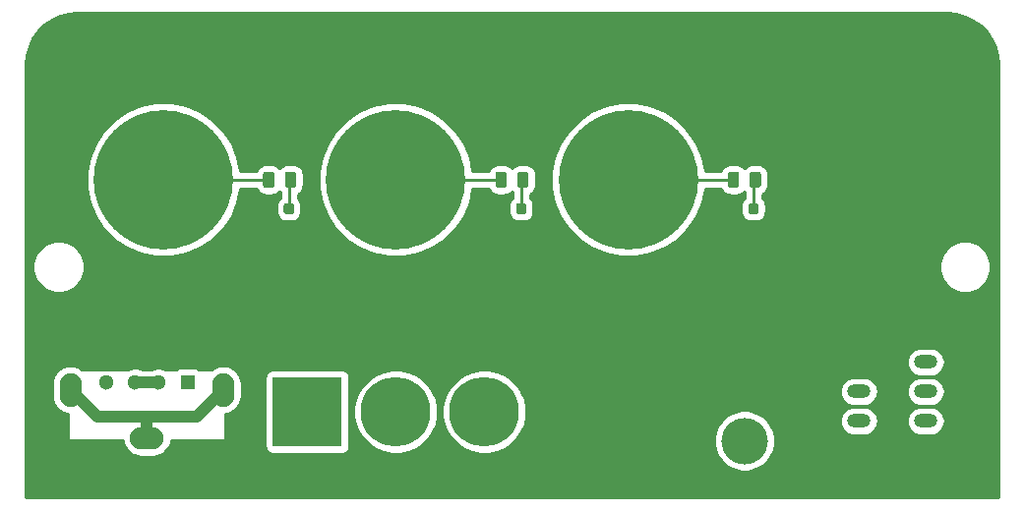
<source format=gbr>
G04 #@! TF.GenerationSoftware,KiCad,Pcbnew,5.1.5-52549c5~84~ubuntu18.04.1*
G04 #@! TF.CreationDate,2020-01-23T13:37:20+00:00*
G04 #@! TF.ProjectId,HW-lab-power,48572d6c-6162-42d7-906f-7765722e6b69,rev?*
G04 #@! TF.SameCoordinates,Original*
G04 #@! TF.FileFunction,Copper,L1,Top*
G04 #@! TF.FilePolarity,Positive*
%FSLAX46Y46*%
G04 Gerber Fmt 4.6, Leading zero omitted, Abs format (unit mm)*
G04 Created by KiCad (PCBNEW 5.1.5-52549c5~84~ubuntu18.04.1) date 2020-01-23 13:37:20*
%MOMM*%
%LPD*%
G04 APERTURE LIST*
%ADD10C,12.000000*%
%ADD11O,2.000000X1.200000*%
%ADD12O,2.900000X1.900000*%
%ADD13O,1.900000X2.900000*%
%ADD14C,1.300000*%
%ADD15R,1.300000X1.300000*%
%ADD16C,0.100000*%
%ADD17C,4.000500*%
%ADD18C,5.999480*%
%ADD19R,5.999480X5.999480*%
%ADD20C,0.250000*%
%ADD21C,1.000000*%
%ADD22C,0.254000*%
G04 APERTURE END LIST*
D10*
X177500000Y-70000000D03*
X157500000Y-70000000D03*
X137500000Y-70000000D03*
X117500000Y-70000000D03*
D11*
X177375000Y-90790000D03*
X183125000Y-90790000D03*
X177375000Y-88250000D03*
X183125000Y-88250000D03*
X177375000Y-85710000D03*
X183125000Y-85710000D03*
D12*
X116070000Y-92280000D03*
D13*
X109500000Y-88100000D03*
X122640000Y-88100000D03*
D14*
X112570000Y-87500000D03*
X115070000Y-87500000D03*
X117070000Y-87500000D03*
D15*
X119570000Y-87500000D03*
G04 #@! TA.AperFunction,SMDPad,CuDef*
D16*
G36*
X166952691Y-72026053D02*
G01*
X166973926Y-72029203D01*
X166994750Y-72034419D01*
X167014962Y-72041651D01*
X167034368Y-72050830D01*
X167052781Y-72061866D01*
X167070024Y-72074654D01*
X167085930Y-72089070D01*
X167100346Y-72104976D01*
X167113134Y-72122219D01*
X167124170Y-72140632D01*
X167133349Y-72160038D01*
X167140581Y-72180250D01*
X167145797Y-72201074D01*
X167148947Y-72222309D01*
X167150000Y-72243750D01*
X167150000Y-72756250D01*
X167148947Y-72777691D01*
X167145797Y-72798926D01*
X167140581Y-72819750D01*
X167133349Y-72839962D01*
X167124170Y-72859368D01*
X167113134Y-72877781D01*
X167100346Y-72895024D01*
X167085930Y-72910930D01*
X167070024Y-72925346D01*
X167052781Y-72938134D01*
X167034368Y-72949170D01*
X167014962Y-72958349D01*
X166994750Y-72965581D01*
X166973926Y-72970797D01*
X166952691Y-72973947D01*
X166931250Y-72975000D01*
X166493750Y-72975000D01*
X166472309Y-72973947D01*
X166451074Y-72970797D01*
X166430250Y-72965581D01*
X166410038Y-72958349D01*
X166390632Y-72949170D01*
X166372219Y-72938134D01*
X166354976Y-72925346D01*
X166339070Y-72910930D01*
X166324654Y-72895024D01*
X166311866Y-72877781D01*
X166300830Y-72859368D01*
X166291651Y-72839962D01*
X166284419Y-72819750D01*
X166279203Y-72798926D01*
X166276053Y-72777691D01*
X166275000Y-72756250D01*
X166275000Y-72243750D01*
X166276053Y-72222309D01*
X166279203Y-72201074D01*
X166284419Y-72180250D01*
X166291651Y-72160038D01*
X166300830Y-72140632D01*
X166311866Y-72122219D01*
X166324654Y-72104976D01*
X166339070Y-72089070D01*
X166354976Y-72074654D01*
X166372219Y-72061866D01*
X166390632Y-72050830D01*
X166410038Y-72041651D01*
X166430250Y-72034419D01*
X166451074Y-72029203D01*
X166472309Y-72026053D01*
X166493750Y-72025000D01*
X166931250Y-72025000D01*
X166952691Y-72026053D01*
G37*
G04 #@! TD.AperFunction*
G04 #@! TA.AperFunction,SMDPad,CuDef*
G36*
X168527691Y-72026053D02*
G01*
X168548926Y-72029203D01*
X168569750Y-72034419D01*
X168589962Y-72041651D01*
X168609368Y-72050830D01*
X168627781Y-72061866D01*
X168645024Y-72074654D01*
X168660930Y-72089070D01*
X168675346Y-72104976D01*
X168688134Y-72122219D01*
X168699170Y-72140632D01*
X168708349Y-72160038D01*
X168715581Y-72180250D01*
X168720797Y-72201074D01*
X168723947Y-72222309D01*
X168725000Y-72243750D01*
X168725000Y-72756250D01*
X168723947Y-72777691D01*
X168720797Y-72798926D01*
X168715581Y-72819750D01*
X168708349Y-72839962D01*
X168699170Y-72859368D01*
X168688134Y-72877781D01*
X168675346Y-72895024D01*
X168660930Y-72910930D01*
X168645024Y-72925346D01*
X168627781Y-72938134D01*
X168609368Y-72949170D01*
X168589962Y-72958349D01*
X168569750Y-72965581D01*
X168548926Y-72970797D01*
X168527691Y-72973947D01*
X168506250Y-72975000D01*
X168068750Y-72975000D01*
X168047309Y-72973947D01*
X168026074Y-72970797D01*
X168005250Y-72965581D01*
X167985038Y-72958349D01*
X167965632Y-72949170D01*
X167947219Y-72938134D01*
X167929976Y-72925346D01*
X167914070Y-72910930D01*
X167899654Y-72895024D01*
X167886866Y-72877781D01*
X167875830Y-72859368D01*
X167866651Y-72839962D01*
X167859419Y-72819750D01*
X167854203Y-72798926D01*
X167851053Y-72777691D01*
X167850000Y-72756250D01*
X167850000Y-72243750D01*
X167851053Y-72222309D01*
X167854203Y-72201074D01*
X167859419Y-72180250D01*
X167866651Y-72160038D01*
X167875830Y-72140632D01*
X167886866Y-72122219D01*
X167899654Y-72104976D01*
X167914070Y-72089070D01*
X167929976Y-72074654D01*
X167947219Y-72061866D01*
X167965632Y-72050830D01*
X167985038Y-72041651D01*
X168005250Y-72034419D01*
X168026074Y-72029203D01*
X168047309Y-72026053D01*
X168068750Y-72025000D01*
X168506250Y-72025000D01*
X168527691Y-72026053D01*
G37*
G04 #@! TD.AperFunction*
G04 #@! TA.AperFunction,SMDPad,CuDef*
G36*
X146952691Y-72026053D02*
G01*
X146973926Y-72029203D01*
X146994750Y-72034419D01*
X147014962Y-72041651D01*
X147034368Y-72050830D01*
X147052781Y-72061866D01*
X147070024Y-72074654D01*
X147085930Y-72089070D01*
X147100346Y-72104976D01*
X147113134Y-72122219D01*
X147124170Y-72140632D01*
X147133349Y-72160038D01*
X147140581Y-72180250D01*
X147145797Y-72201074D01*
X147148947Y-72222309D01*
X147150000Y-72243750D01*
X147150000Y-72756250D01*
X147148947Y-72777691D01*
X147145797Y-72798926D01*
X147140581Y-72819750D01*
X147133349Y-72839962D01*
X147124170Y-72859368D01*
X147113134Y-72877781D01*
X147100346Y-72895024D01*
X147085930Y-72910930D01*
X147070024Y-72925346D01*
X147052781Y-72938134D01*
X147034368Y-72949170D01*
X147014962Y-72958349D01*
X146994750Y-72965581D01*
X146973926Y-72970797D01*
X146952691Y-72973947D01*
X146931250Y-72975000D01*
X146493750Y-72975000D01*
X146472309Y-72973947D01*
X146451074Y-72970797D01*
X146430250Y-72965581D01*
X146410038Y-72958349D01*
X146390632Y-72949170D01*
X146372219Y-72938134D01*
X146354976Y-72925346D01*
X146339070Y-72910930D01*
X146324654Y-72895024D01*
X146311866Y-72877781D01*
X146300830Y-72859368D01*
X146291651Y-72839962D01*
X146284419Y-72819750D01*
X146279203Y-72798926D01*
X146276053Y-72777691D01*
X146275000Y-72756250D01*
X146275000Y-72243750D01*
X146276053Y-72222309D01*
X146279203Y-72201074D01*
X146284419Y-72180250D01*
X146291651Y-72160038D01*
X146300830Y-72140632D01*
X146311866Y-72122219D01*
X146324654Y-72104976D01*
X146339070Y-72089070D01*
X146354976Y-72074654D01*
X146372219Y-72061866D01*
X146390632Y-72050830D01*
X146410038Y-72041651D01*
X146430250Y-72034419D01*
X146451074Y-72029203D01*
X146472309Y-72026053D01*
X146493750Y-72025000D01*
X146931250Y-72025000D01*
X146952691Y-72026053D01*
G37*
G04 #@! TD.AperFunction*
G04 #@! TA.AperFunction,SMDPad,CuDef*
G36*
X148527691Y-72026053D02*
G01*
X148548926Y-72029203D01*
X148569750Y-72034419D01*
X148589962Y-72041651D01*
X148609368Y-72050830D01*
X148627781Y-72061866D01*
X148645024Y-72074654D01*
X148660930Y-72089070D01*
X148675346Y-72104976D01*
X148688134Y-72122219D01*
X148699170Y-72140632D01*
X148708349Y-72160038D01*
X148715581Y-72180250D01*
X148720797Y-72201074D01*
X148723947Y-72222309D01*
X148725000Y-72243750D01*
X148725000Y-72756250D01*
X148723947Y-72777691D01*
X148720797Y-72798926D01*
X148715581Y-72819750D01*
X148708349Y-72839962D01*
X148699170Y-72859368D01*
X148688134Y-72877781D01*
X148675346Y-72895024D01*
X148660930Y-72910930D01*
X148645024Y-72925346D01*
X148627781Y-72938134D01*
X148609368Y-72949170D01*
X148589962Y-72958349D01*
X148569750Y-72965581D01*
X148548926Y-72970797D01*
X148527691Y-72973947D01*
X148506250Y-72975000D01*
X148068750Y-72975000D01*
X148047309Y-72973947D01*
X148026074Y-72970797D01*
X148005250Y-72965581D01*
X147985038Y-72958349D01*
X147965632Y-72949170D01*
X147947219Y-72938134D01*
X147929976Y-72925346D01*
X147914070Y-72910930D01*
X147899654Y-72895024D01*
X147886866Y-72877781D01*
X147875830Y-72859368D01*
X147866651Y-72839962D01*
X147859419Y-72819750D01*
X147854203Y-72798926D01*
X147851053Y-72777691D01*
X147850000Y-72756250D01*
X147850000Y-72243750D01*
X147851053Y-72222309D01*
X147854203Y-72201074D01*
X147859419Y-72180250D01*
X147866651Y-72160038D01*
X147875830Y-72140632D01*
X147886866Y-72122219D01*
X147899654Y-72104976D01*
X147914070Y-72089070D01*
X147929976Y-72074654D01*
X147947219Y-72061866D01*
X147965632Y-72050830D01*
X147985038Y-72041651D01*
X148005250Y-72034419D01*
X148026074Y-72029203D01*
X148047309Y-72026053D01*
X148068750Y-72025000D01*
X148506250Y-72025000D01*
X148527691Y-72026053D01*
G37*
G04 #@! TD.AperFunction*
G04 #@! TA.AperFunction,SMDPad,CuDef*
G36*
X126952691Y-72026053D02*
G01*
X126973926Y-72029203D01*
X126994750Y-72034419D01*
X127014962Y-72041651D01*
X127034368Y-72050830D01*
X127052781Y-72061866D01*
X127070024Y-72074654D01*
X127085930Y-72089070D01*
X127100346Y-72104976D01*
X127113134Y-72122219D01*
X127124170Y-72140632D01*
X127133349Y-72160038D01*
X127140581Y-72180250D01*
X127145797Y-72201074D01*
X127148947Y-72222309D01*
X127150000Y-72243750D01*
X127150000Y-72756250D01*
X127148947Y-72777691D01*
X127145797Y-72798926D01*
X127140581Y-72819750D01*
X127133349Y-72839962D01*
X127124170Y-72859368D01*
X127113134Y-72877781D01*
X127100346Y-72895024D01*
X127085930Y-72910930D01*
X127070024Y-72925346D01*
X127052781Y-72938134D01*
X127034368Y-72949170D01*
X127014962Y-72958349D01*
X126994750Y-72965581D01*
X126973926Y-72970797D01*
X126952691Y-72973947D01*
X126931250Y-72975000D01*
X126493750Y-72975000D01*
X126472309Y-72973947D01*
X126451074Y-72970797D01*
X126430250Y-72965581D01*
X126410038Y-72958349D01*
X126390632Y-72949170D01*
X126372219Y-72938134D01*
X126354976Y-72925346D01*
X126339070Y-72910930D01*
X126324654Y-72895024D01*
X126311866Y-72877781D01*
X126300830Y-72859368D01*
X126291651Y-72839962D01*
X126284419Y-72819750D01*
X126279203Y-72798926D01*
X126276053Y-72777691D01*
X126275000Y-72756250D01*
X126275000Y-72243750D01*
X126276053Y-72222309D01*
X126279203Y-72201074D01*
X126284419Y-72180250D01*
X126291651Y-72160038D01*
X126300830Y-72140632D01*
X126311866Y-72122219D01*
X126324654Y-72104976D01*
X126339070Y-72089070D01*
X126354976Y-72074654D01*
X126372219Y-72061866D01*
X126390632Y-72050830D01*
X126410038Y-72041651D01*
X126430250Y-72034419D01*
X126451074Y-72029203D01*
X126472309Y-72026053D01*
X126493750Y-72025000D01*
X126931250Y-72025000D01*
X126952691Y-72026053D01*
G37*
G04 #@! TD.AperFunction*
G04 #@! TA.AperFunction,SMDPad,CuDef*
G36*
X128527691Y-72026053D02*
G01*
X128548926Y-72029203D01*
X128569750Y-72034419D01*
X128589962Y-72041651D01*
X128609368Y-72050830D01*
X128627781Y-72061866D01*
X128645024Y-72074654D01*
X128660930Y-72089070D01*
X128675346Y-72104976D01*
X128688134Y-72122219D01*
X128699170Y-72140632D01*
X128708349Y-72160038D01*
X128715581Y-72180250D01*
X128720797Y-72201074D01*
X128723947Y-72222309D01*
X128725000Y-72243750D01*
X128725000Y-72756250D01*
X128723947Y-72777691D01*
X128720797Y-72798926D01*
X128715581Y-72819750D01*
X128708349Y-72839962D01*
X128699170Y-72859368D01*
X128688134Y-72877781D01*
X128675346Y-72895024D01*
X128660930Y-72910930D01*
X128645024Y-72925346D01*
X128627781Y-72938134D01*
X128609368Y-72949170D01*
X128589962Y-72958349D01*
X128569750Y-72965581D01*
X128548926Y-72970797D01*
X128527691Y-72973947D01*
X128506250Y-72975000D01*
X128068750Y-72975000D01*
X128047309Y-72973947D01*
X128026074Y-72970797D01*
X128005250Y-72965581D01*
X127985038Y-72958349D01*
X127965632Y-72949170D01*
X127947219Y-72938134D01*
X127929976Y-72925346D01*
X127914070Y-72910930D01*
X127899654Y-72895024D01*
X127886866Y-72877781D01*
X127875830Y-72859368D01*
X127866651Y-72839962D01*
X127859419Y-72819750D01*
X127854203Y-72798926D01*
X127851053Y-72777691D01*
X127850000Y-72756250D01*
X127850000Y-72243750D01*
X127851053Y-72222309D01*
X127854203Y-72201074D01*
X127859419Y-72180250D01*
X127866651Y-72160038D01*
X127875830Y-72140632D01*
X127886866Y-72122219D01*
X127899654Y-72104976D01*
X127914070Y-72089070D01*
X127929976Y-72074654D01*
X127947219Y-72061866D01*
X127965632Y-72050830D01*
X127985038Y-72041651D01*
X128005250Y-72034419D01*
X128026074Y-72029203D01*
X128047309Y-72026053D01*
X128068750Y-72025000D01*
X128506250Y-72025000D01*
X128527691Y-72026053D01*
G37*
G04 #@! TD.AperFunction*
D17*
X167500000Y-92500000D03*
D18*
X152740000Y-90000000D03*
X145120000Y-90000000D03*
X137500000Y-90000000D03*
D19*
X129880000Y-90000000D03*
G04 #@! TA.AperFunction,SMDPad,CuDef*
D16*
G36*
X166830142Y-69301174D02*
G01*
X166853803Y-69304684D01*
X166877007Y-69310496D01*
X166899529Y-69318554D01*
X166921153Y-69328782D01*
X166941670Y-69341079D01*
X166960883Y-69355329D01*
X166978607Y-69371393D01*
X166994671Y-69389117D01*
X167008921Y-69408330D01*
X167021218Y-69428847D01*
X167031446Y-69450471D01*
X167039504Y-69472993D01*
X167045316Y-69496197D01*
X167048826Y-69519858D01*
X167050000Y-69543750D01*
X167050000Y-70456250D01*
X167048826Y-70480142D01*
X167045316Y-70503803D01*
X167039504Y-70527007D01*
X167031446Y-70549529D01*
X167021218Y-70571153D01*
X167008921Y-70591670D01*
X166994671Y-70610883D01*
X166978607Y-70628607D01*
X166960883Y-70644671D01*
X166941670Y-70658921D01*
X166921153Y-70671218D01*
X166899529Y-70681446D01*
X166877007Y-70689504D01*
X166853803Y-70695316D01*
X166830142Y-70698826D01*
X166806250Y-70700000D01*
X166318750Y-70700000D01*
X166294858Y-70698826D01*
X166271197Y-70695316D01*
X166247993Y-70689504D01*
X166225471Y-70681446D01*
X166203847Y-70671218D01*
X166183330Y-70658921D01*
X166164117Y-70644671D01*
X166146393Y-70628607D01*
X166130329Y-70610883D01*
X166116079Y-70591670D01*
X166103782Y-70571153D01*
X166093554Y-70549529D01*
X166085496Y-70527007D01*
X166079684Y-70503803D01*
X166076174Y-70480142D01*
X166075000Y-70456250D01*
X166075000Y-69543750D01*
X166076174Y-69519858D01*
X166079684Y-69496197D01*
X166085496Y-69472993D01*
X166093554Y-69450471D01*
X166103782Y-69428847D01*
X166116079Y-69408330D01*
X166130329Y-69389117D01*
X166146393Y-69371393D01*
X166164117Y-69355329D01*
X166183330Y-69341079D01*
X166203847Y-69328782D01*
X166225471Y-69318554D01*
X166247993Y-69310496D01*
X166271197Y-69304684D01*
X166294858Y-69301174D01*
X166318750Y-69300000D01*
X166806250Y-69300000D01*
X166830142Y-69301174D01*
G37*
G04 #@! TD.AperFunction*
G04 #@! TA.AperFunction,SMDPad,CuDef*
G36*
X168705142Y-69301174D02*
G01*
X168728803Y-69304684D01*
X168752007Y-69310496D01*
X168774529Y-69318554D01*
X168796153Y-69328782D01*
X168816670Y-69341079D01*
X168835883Y-69355329D01*
X168853607Y-69371393D01*
X168869671Y-69389117D01*
X168883921Y-69408330D01*
X168896218Y-69428847D01*
X168906446Y-69450471D01*
X168914504Y-69472993D01*
X168920316Y-69496197D01*
X168923826Y-69519858D01*
X168925000Y-69543750D01*
X168925000Y-70456250D01*
X168923826Y-70480142D01*
X168920316Y-70503803D01*
X168914504Y-70527007D01*
X168906446Y-70549529D01*
X168896218Y-70571153D01*
X168883921Y-70591670D01*
X168869671Y-70610883D01*
X168853607Y-70628607D01*
X168835883Y-70644671D01*
X168816670Y-70658921D01*
X168796153Y-70671218D01*
X168774529Y-70681446D01*
X168752007Y-70689504D01*
X168728803Y-70695316D01*
X168705142Y-70698826D01*
X168681250Y-70700000D01*
X168193750Y-70700000D01*
X168169858Y-70698826D01*
X168146197Y-70695316D01*
X168122993Y-70689504D01*
X168100471Y-70681446D01*
X168078847Y-70671218D01*
X168058330Y-70658921D01*
X168039117Y-70644671D01*
X168021393Y-70628607D01*
X168005329Y-70610883D01*
X167991079Y-70591670D01*
X167978782Y-70571153D01*
X167968554Y-70549529D01*
X167960496Y-70527007D01*
X167954684Y-70503803D01*
X167951174Y-70480142D01*
X167950000Y-70456250D01*
X167950000Y-69543750D01*
X167951174Y-69519858D01*
X167954684Y-69496197D01*
X167960496Y-69472993D01*
X167968554Y-69450471D01*
X167978782Y-69428847D01*
X167991079Y-69408330D01*
X168005329Y-69389117D01*
X168021393Y-69371393D01*
X168039117Y-69355329D01*
X168058330Y-69341079D01*
X168078847Y-69328782D01*
X168100471Y-69318554D01*
X168122993Y-69310496D01*
X168146197Y-69304684D01*
X168169858Y-69301174D01*
X168193750Y-69300000D01*
X168681250Y-69300000D01*
X168705142Y-69301174D01*
G37*
G04 #@! TD.AperFunction*
G04 #@! TA.AperFunction,SMDPad,CuDef*
G36*
X146830142Y-69301174D02*
G01*
X146853803Y-69304684D01*
X146877007Y-69310496D01*
X146899529Y-69318554D01*
X146921153Y-69328782D01*
X146941670Y-69341079D01*
X146960883Y-69355329D01*
X146978607Y-69371393D01*
X146994671Y-69389117D01*
X147008921Y-69408330D01*
X147021218Y-69428847D01*
X147031446Y-69450471D01*
X147039504Y-69472993D01*
X147045316Y-69496197D01*
X147048826Y-69519858D01*
X147050000Y-69543750D01*
X147050000Y-70456250D01*
X147048826Y-70480142D01*
X147045316Y-70503803D01*
X147039504Y-70527007D01*
X147031446Y-70549529D01*
X147021218Y-70571153D01*
X147008921Y-70591670D01*
X146994671Y-70610883D01*
X146978607Y-70628607D01*
X146960883Y-70644671D01*
X146941670Y-70658921D01*
X146921153Y-70671218D01*
X146899529Y-70681446D01*
X146877007Y-70689504D01*
X146853803Y-70695316D01*
X146830142Y-70698826D01*
X146806250Y-70700000D01*
X146318750Y-70700000D01*
X146294858Y-70698826D01*
X146271197Y-70695316D01*
X146247993Y-70689504D01*
X146225471Y-70681446D01*
X146203847Y-70671218D01*
X146183330Y-70658921D01*
X146164117Y-70644671D01*
X146146393Y-70628607D01*
X146130329Y-70610883D01*
X146116079Y-70591670D01*
X146103782Y-70571153D01*
X146093554Y-70549529D01*
X146085496Y-70527007D01*
X146079684Y-70503803D01*
X146076174Y-70480142D01*
X146075000Y-70456250D01*
X146075000Y-69543750D01*
X146076174Y-69519858D01*
X146079684Y-69496197D01*
X146085496Y-69472993D01*
X146093554Y-69450471D01*
X146103782Y-69428847D01*
X146116079Y-69408330D01*
X146130329Y-69389117D01*
X146146393Y-69371393D01*
X146164117Y-69355329D01*
X146183330Y-69341079D01*
X146203847Y-69328782D01*
X146225471Y-69318554D01*
X146247993Y-69310496D01*
X146271197Y-69304684D01*
X146294858Y-69301174D01*
X146318750Y-69300000D01*
X146806250Y-69300000D01*
X146830142Y-69301174D01*
G37*
G04 #@! TD.AperFunction*
G04 #@! TA.AperFunction,SMDPad,CuDef*
G36*
X148705142Y-69301174D02*
G01*
X148728803Y-69304684D01*
X148752007Y-69310496D01*
X148774529Y-69318554D01*
X148796153Y-69328782D01*
X148816670Y-69341079D01*
X148835883Y-69355329D01*
X148853607Y-69371393D01*
X148869671Y-69389117D01*
X148883921Y-69408330D01*
X148896218Y-69428847D01*
X148906446Y-69450471D01*
X148914504Y-69472993D01*
X148920316Y-69496197D01*
X148923826Y-69519858D01*
X148925000Y-69543750D01*
X148925000Y-70456250D01*
X148923826Y-70480142D01*
X148920316Y-70503803D01*
X148914504Y-70527007D01*
X148906446Y-70549529D01*
X148896218Y-70571153D01*
X148883921Y-70591670D01*
X148869671Y-70610883D01*
X148853607Y-70628607D01*
X148835883Y-70644671D01*
X148816670Y-70658921D01*
X148796153Y-70671218D01*
X148774529Y-70681446D01*
X148752007Y-70689504D01*
X148728803Y-70695316D01*
X148705142Y-70698826D01*
X148681250Y-70700000D01*
X148193750Y-70700000D01*
X148169858Y-70698826D01*
X148146197Y-70695316D01*
X148122993Y-70689504D01*
X148100471Y-70681446D01*
X148078847Y-70671218D01*
X148058330Y-70658921D01*
X148039117Y-70644671D01*
X148021393Y-70628607D01*
X148005329Y-70610883D01*
X147991079Y-70591670D01*
X147978782Y-70571153D01*
X147968554Y-70549529D01*
X147960496Y-70527007D01*
X147954684Y-70503803D01*
X147951174Y-70480142D01*
X147950000Y-70456250D01*
X147950000Y-69543750D01*
X147951174Y-69519858D01*
X147954684Y-69496197D01*
X147960496Y-69472993D01*
X147968554Y-69450471D01*
X147978782Y-69428847D01*
X147991079Y-69408330D01*
X148005329Y-69389117D01*
X148021393Y-69371393D01*
X148039117Y-69355329D01*
X148058330Y-69341079D01*
X148078847Y-69328782D01*
X148100471Y-69318554D01*
X148122993Y-69310496D01*
X148146197Y-69304684D01*
X148169858Y-69301174D01*
X148193750Y-69300000D01*
X148681250Y-69300000D01*
X148705142Y-69301174D01*
G37*
G04 #@! TD.AperFunction*
G04 #@! TA.AperFunction,SMDPad,CuDef*
G36*
X126830142Y-69301174D02*
G01*
X126853803Y-69304684D01*
X126877007Y-69310496D01*
X126899529Y-69318554D01*
X126921153Y-69328782D01*
X126941670Y-69341079D01*
X126960883Y-69355329D01*
X126978607Y-69371393D01*
X126994671Y-69389117D01*
X127008921Y-69408330D01*
X127021218Y-69428847D01*
X127031446Y-69450471D01*
X127039504Y-69472993D01*
X127045316Y-69496197D01*
X127048826Y-69519858D01*
X127050000Y-69543750D01*
X127050000Y-70456250D01*
X127048826Y-70480142D01*
X127045316Y-70503803D01*
X127039504Y-70527007D01*
X127031446Y-70549529D01*
X127021218Y-70571153D01*
X127008921Y-70591670D01*
X126994671Y-70610883D01*
X126978607Y-70628607D01*
X126960883Y-70644671D01*
X126941670Y-70658921D01*
X126921153Y-70671218D01*
X126899529Y-70681446D01*
X126877007Y-70689504D01*
X126853803Y-70695316D01*
X126830142Y-70698826D01*
X126806250Y-70700000D01*
X126318750Y-70700000D01*
X126294858Y-70698826D01*
X126271197Y-70695316D01*
X126247993Y-70689504D01*
X126225471Y-70681446D01*
X126203847Y-70671218D01*
X126183330Y-70658921D01*
X126164117Y-70644671D01*
X126146393Y-70628607D01*
X126130329Y-70610883D01*
X126116079Y-70591670D01*
X126103782Y-70571153D01*
X126093554Y-70549529D01*
X126085496Y-70527007D01*
X126079684Y-70503803D01*
X126076174Y-70480142D01*
X126075000Y-70456250D01*
X126075000Y-69543750D01*
X126076174Y-69519858D01*
X126079684Y-69496197D01*
X126085496Y-69472993D01*
X126093554Y-69450471D01*
X126103782Y-69428847D01*
X126116079Y-69408330D01*
X126130329Y-69389117D01*
X126146393Y-69371393D01*
X126164117Y-69355329D01*
X126183330Y-69341079D01*
X126203847Y-69328782D01*
X126225471Y-69318554D01*
X126247993Y-69310496D01*
X126271197Y-69304684D01*
X126294858Y-69301174D01*
X126318750Y-69300000D01*
X126806250Y-69300000D01*
X126830142Y-69301174D01*
G37*
G04 #@! TD.AperFunction*
G04 #@! TA.AperFunction,SMDPad,CuDef*
G36*
X128705142Y-69301174D02*
G01*
X128728803Y-69304684D01*
X128752007Y-69310496D01*
X128774529Y-69318554D01*
X128796153Y-69328782D01*
X128816670Y-69341079D01*
X128835883Y-69355329D01*
X128853607Y-69371393D01*
X128869671Y-69389117D01*
X128883921Y-69408330D01*
X128896218Y-69428847D01*
X128906446Y-69450471D01*
X128914504Y-69472993D01*
X128920316Y-69496197D01*
X128923826Y-69519858D01*
X128925000Y-69543750D01*
X128925000Y-70456250D01*
X128923826Y-70480142D01*
X128920316Y-70503803D01*
X128914504Y-70527007D01*
X128906446Y-70549529D01*
X128896218Y-70571153D01*
X128883921Y-70591670D01*
X128869671Y-70610883D01*
X128853607Y-70628607D01*
X128835883Y-70644671D01*
X128816670Y-70658921D01*
X128796153Y-70671218D01*
X128774529Y-70681446D01*
X128752007Y-70689504D01*
X128728803Y-70695316D01*
X128705142Y-70698826D01*
X128681250Y-70700000D01*
X128193750Y-70700000D01*
X128169858Y-70698826D01*
X128146197Y-70695316D01*
X128122993Y-70689504D01*
X128100471Y-70681446D01*
X128078847Y-70671218D01*
X128058330Y-70658921D01*
X128039117Y-70644671D01*
X128021393Y-70628607D01*
X128005329Y-70610883D01*
X127991079Y-70591670D01*
X127978782Y-70571153D01*
X127968554Y-70549529D01*
X127960496Y-70527007D01*
X127954684Y-70503803D01*
X127951174Y-70480142D01*
X127950000Y-70456250D01*
X127950000Y-69543750D01*
X127951174Y-69519858D01*
X127954684Y-69496197D01*
X127960496Y-69472993D01*
X127968554Y-69450471D01*
X127978782Y-69428847D01*
X127991079Y-69408330D01*
X128005329Y-69389117D01*
X128021393Y-69371393D01*
X128039117Y-69355329D01*
X128058330Y-69341079D01*
X128078847Y-69328782D01*
X128100471Y-69318554D01*
X128122993Y-69310496D01*
X128146197Y-69304684D01*
X128169858Y-69301174D01*
X128193750Y-69300000D01*
X128681250Y-69300000D01*
X128705142Y-69301174D01*
G37*
G04 #@! TD.AperFunction*
D20*
X128287500Y-70150000D02*
X128437500Y-70000000D01*
X128287500Y-72500000D02*
X128287500Y-70150000D01*
X148287500Y-70150000D02*
X148437500Y-70000000D01*
X148287500Y-72500000D02*
X148287500Y-70150000D01*
X168287500Y-70150000D02*
X168437500Y-70000000D01*
X168287500Y-72500000D02*
X168287500Y-70150000D01*
D21*
X116070000Y-90470000D02*
X116070000Y-92280000D01*
X116000000Y-90400000D02*
X116070000Y-90470000D01*
X109500000Y-88100000D02*
X111800000Y-90400000D01*
X111800000Y-90400000D02*
X116000000Y-90400000D01*
X120340000Y-90400000D02*
X116000000Y-90400000D01*
X122640000Y-88100000D02*
X120340000Y-90400000D01*
X115070000Y-87500000D02*
X117070000Y-87500000D01*
D20*
X126562500Y-70000000D02*
X117500000Y-70000000D01*
X137500000Y-70000000D02*
X146562500Y-70000000D01*
X157500000Y-70000000D02*
X166562500Y-70000000D01*
D22*
G36*
X185768083Y-55731173D02*
G01*
X186511891Y-55934656D01*
X187207905Y-56266638D01*
X187834130Y-56716626D01*
X188370777Y-57270403D01*
X188800871Y-57910451D01*
X189110829Y-58616553D01*
X189292065Y-59371457D01*
X189340001Y-60024220D01*
X189340001Y-97373000D01*
X105660000Y-97373000D01*
X105660000Y-87522136D01*
X107915000Y-87522136D01*
X107915000Y-88677863D01*
X107937934Y-88910713D01*
X108028566Y-89209487D01*
X108175744Y-89484838D01*
X108373813Y-89726187D01*
X108615161Y-89924256D01*
X108890512Y-90071434D01*
X109189286Y-90162066D01*
X109273000Y-90170311D01*
X109273000Y-92300000D01*
X109275440Y-92324776D01*
X109282667Y-92348601D01*
X109294403Y-92370557D01*
X109310197Y-92389803D01*
X109329443Y-92405597D01*
X109351399Y-92417333D01*
X109375224Y-92424560D01*
X109400000Y-92427000D01*
X113991809Y-92427000D01*
X114007934Y-92590714D01*
X114098566Y-92889488D01*
X114245744Y-93164839D01*
X114443813Y-93406187D01*
X114685161Y-93604256D01*
X114960512Y-93751434D01*
X115259286Y-93842066D01*
X115492136Y-93865000D01*
X116647864Y-93865000D01*
X116880714Y-93842066D01*
X117179488Y-93751434D01*
X117454839Y-93604256D01*
X117696187Y-93406187D01*
X117894256Y-93164839D01*
X118041434Y-92889488D01*
X118132066Y-92590714D01*
X118148191Y-92427000D01*
X122700000Y-92427000D01*
X122724776Y-92424560D01*
X122748601Y-92417333D01*
X122770557Y-92405597D01*
X122789803Y-92389803D01*
X122805597Y-92370557D01*
X122817333Y-92348601D01*
X122824560Y-92324776D01*
X122827000Y-92300000D01*
X122827000Y-90174251D01*
X122950714Y-90162066D01*
X123249488Y-90071434D01*
X123524839Y-89924256D01*
X123766187Y-89726187D01*
X123964256Y-89484839D01*
X124111434Y-89209488D01*
X124202066Y-88910714D01*
X124225000Y-88677864D01*
X124225000Y-87522136D01*
X124202066Y-87289286D01*
X124114392Y-87000260D01*
X126242188Y-87000260D01*
X126242188Y-92999740D01*
X126254448Y-93124222D01*
X126290758Y-93243920D01*
X126349723Y-93354234D01*
X126429075Y-93450925D01*
X126525766Y-93530277D01*
X126636080Y-93589242D01*
X126755778Y-93625552D01*
X126880260Y-93637812D01*
X132879740Y-93637812D01*
X133004222Y-93625552D01*
X133123920Y-93589242D01*
X133234234Y-93530277D01*
X133330925Y-93450925D01*
X133410277Y-93354234D01*
X133469242Y-93243920D01*
X133505552Y-93124222D01*
X133517812Y-92999740D01*
X133517812Y-89642009D01*
X133865260Y-89642009D01*
X133865260Y-90357991D01*
X134004941Y-91060215D01*
X134278935Y-91721695D01*
X134676713Y-92317012D01*
X135182988Y-92823287D01*
X135778305Y-93221065D01*
X136439785Y-93495059D01*
X137142009Y-93634740D01*
X137857991Y-93634740D01*
X138560215Y-93495059D01*
X139221695Y-93221065D01*
X139817012Y-92823287D01*
X140323287Y-92317012D01*
X140721065Y-91721695D01*
X140995059Y-91060215D01*
X141134740Y-90357991D01*
X141134740Y-89642009D01*
X141485260Y-89642009D01*
X141485260Y-90357991D01*
X141624941Y-91060215D01*
X141898935Y-91721695D01*
X142296713Y-92317012D01*
X142802988Y-92823287D01*
X143398305Y-93221065D01*
X144059785Y-93495059D01*
X144762009Y-93634740D01*
X145477991Y-93634740D01*
X146180215Y-93495059D01*
X146841695Y-93221065D01*
X147437012Y-92823287D01*
X147943287Y-92317012D01*
X147994443Y-92240451D01*
X164864750Y-92240451D01*
X164864750Y-92759549D01*
X164966021Y-93268674D01*
X165164672Y-93748259D01*
X165453068Y-94179874D01*
X165820126Y-94546932D01*
X166251741Y-94835328D01*
X166731326Y-95033979D01*
X167240451Y-95135250D01*
X167759549Y-95135250D01*
X168268674Y-95033979D01*
X168748259Y-94835328D01*
X169179874Y-94546932D01*
X169546932Y-94179874D01*
X169835328Y-93748259D01*
X170033979Y-93268674D01*
X170135250Y-92759549D01*
X170135250Y-92240451D01*
X170033979Y-91731326D01*
X169835328Y-91251741D01*
X169546932Y-90820126D01*
X169516806Y-90790000D01*
X175734025Y-90790000D01*
X175757870Y-91032102D01*
X175828489Y-91264901D01*
X175943167Y-91479449D01*
X176097498Y-91667502D01*
X176285551Y-91821833D01*
X176500099Y-91936511D01*
X176732898Y-92007130D01*
X176914335Y-92025000D01*
X177835665Y-92025000D01*
X178017102Y-92007130D01*
X178249901Y-91936511D01*
X178464449Y-91821833D01*
X178652502Y-91667502D01*
X178806833Y-91479449D01*
X178921511Y-91264901D01*
X178992130Y-91032102D01*
X179015975Y-90790000D01*
X181484025Y-90790000D01*
X181507870Y-91032102D01*
X181578489Y-91264901D01*
X181693167Y-91479449D01*
X181847498Y-91667502D01*
X182035551Y-91821833D01*
X182250099Y-91936511D01*
X182482898Y-92007130D01*
X182664335Y-92025000D01*
X183585665Y-92025000D01*
X183767102Y-92007130D01*
X183999901Y-91936511D01*
X184214449Y-91821833D01*
X184402502Y-91667502D01*
X184556833Y-91479449D01*
X184671511Y-91264901D01*
X184742130Y-91032102D01*
X184765975Y-90790000D01*
X184742130Y-90547898D01*
X184671511Y-90315099D01*
X184556833Y-90100551D01*
X184402502Y-89912498D01*
X184214449Y-89758167D01*
X183999901Y-89643489D01*
X183767102Y-89572870D01*
X183585665Y-89555000D01*
X182664335Y-89555000D01*
X182482898Y-89572870D01*
X182250099Y-89643489D01*
X182035551Y-89758167D01*
X181847498Y-89912498D01*
X181693167Y-90100551D01*
X181578489Y-90315099D01*
X181507870Y-90547898D01*
X181484025Y-90790000D01*
X179015975Y-90790000D01*
X178992130Y-90547898D01*
X178921511Y-90315099D01*
X178806833Y-90100551D01*
X178652502Y-89912498D01*
X178464449Y-89758167D01*
X178249901Y-89643489D01*
X178017102Y-89572870D01*
X177835665Y-89555000D01*
X176914335Y-89555000D01*
X176732898Y-89572870D01*
X176500099Y-89643489D01*
X176285551Y-89758167D01*
X176097498Y-89912498D01*
X175943167Y-90100551D01*
X175828489Y-90315099D01*
X175757870Y-90547898D01*
X175734025Y-90790000D01*
X169516806Y-90790000D01*
X169179874Y-90453068D01*
X168748259Y-90164672D01*
X168268674Y-89966021D01*
X167759549Y-89864750D01*
X167240451Y-89864750D01*
X166731326Y-89966021D01*
X166251741Y-90164672D01*
X165820126Y-90453068D01*
X165453068Y-90820126D01*
X165164672Y-91251741D01*
X164966021Y-91731326D01*
X164864750Y-92240451D01*
X147994443Y-92240451D01*
X148341065Y-91721695D01*
X148615059Y-91060215D01*
X148754740Y-90357991D01*
X148754740Y-89642009D01*
X148615059Y-88939785D01*
X148341065Y-88278305D01*
X148322153Y-88250000D01*
X175734025Y-88250000D01*
X175757870Y-88492102D01*
X175828489Y-88724901D01*
X175943167Y-88939449D01*
X176097498Y-89127502D01*
X176285551Y-89281833D01*
X176500099Y-89396511D01*
X176732898Y-89467130D01*
X176914335Y-89485000D01*
X177835665Y-89485000D01*
X178017102Y-89467130D01*
X178249901Y-89396511D01*
X178464449Y-89281833D01*
X178652502Y-89127502D01*
X178806833Y-88939449D01*
X178921511Y-88724901D01*
X178992130Y-88492102D01*
X179015975Y-88250000D01*
X181484025Y-88250000D01*
X181507870Y-88492102D01*
X181578489Y-88724901D01*
X181693167Y-88939449D01*
X181847498Y-89127502D01*
X182035551Y-89281833D01*
X182250099Y-89396511D01*
X182482898Y-89467130D01*
X182664335Y-89485000D01*
X183585665Y-89485000D01*
X183767102Y-89467130D01*
X183999901Y-89396511D01*
X184214449Y-89281833D01*
X184402502Y-89127502D01*
X184556833Y-88939449D01*
X184671511Y-88724901D01*
X184742130Y-88492102D01*
X184765975Y-88250000D01*
X184742130Y-88007898D01*
X184671511Y-87775099D01*
X184556833Y-87560551D01*
X184402502Y-87372498D01*
X184214449Y-87218167D01*
X183999901Y-87103489D01*
X183767102Y-87032870D01*
X183585665Y-87015000D01*
X182664335Y-87015000D01*
X182482898Y-87032870D01*
X182250099Y-87103489D01*
X182035551Y-87218167D01*
X181847498Y-87372498D01*
X181693167Y-87560551D01*
X181578489Y-87775099D01*
X181507870Y-88007898D01*
X181484025Y-88250000D01*
X179015975Y-88250000D01*
X178992130Y-88007898D01*
X178921511Y-87775099D01*
X178806833Y-87560551D01*
X178652502Y-87372498D01*
X178464449Y-87218167D01*
X178249901Y-87103489D01*
X178017102Y-87032870D01*
X177835665Y-87015000D01*
X176914335Y-87015000D01*
X176732898Y-87032870D01*
X176500099Y-87103489D01*
X176285551Y-87218167D01*
X176097498Y-87372498D01*
X175943167Y-87560551D01*
X175828489Y-87775099D01*
X175757870Y-88007898D01*
X175734025Y-88250000D01*
X148322153Y-88250000D01*
X147943287Y-87682988D01*
X147437012Y-87176713D01*
X146841695Y-86778935D01*
X146180215Y-86504941D01*
X145477991Y-86365260D01*
X144762009Y-86365260D01*
X144059785Y-86504941D01*
X143398305Y-86778935D01*
X142802988Y-87176713D01*
X142296713Y-87682988D01*
X141898935Y-88278305D01*
X141624941Y-88939785D01*
X141485260Y-89642009D01*
X141134740Y-89642009D01*
X140995059Y-88939785D01*
X140721065Y-88278305D01*
X140323287Y-87682988D01*
X139817012Y-87176713D01*
X139221695Y-86778935D01*
X138560215Y-86504941D01*
X137857991Y-86365260D01*
X137142009Y-86365260D01*
X136439785Y-86504941D01*
X135778305Y-86778935D01*
X135182988Y-87176713D01*
X134676713Y-87682988D01*
X134278935Y-88278305D01*
X134004941Y-88939785D01*
X133865260Y-89642009D01*
X133517812Y-89642009D01*
X133517812Y-87000260D01*
X133505552Y-86875778D01*
X133469242Y-86756080D01*
X133410277Y-86645766D01*
X133330925Y-86549075D01*
X133234234Y-86469723D01*
X133123920Y-86410758D01*
X133004222Y-86374448D01*
X132879740Y-86362188D01*
X126880260Y-86362188D01*
X126755778Y-86374448D01*
X126636080Y-86410758D01*
X126525766Y-86469723D01*
X126429075Y-86549075D01*
X126349723Y-86645766D01*
X126290758Y-86756080D01*
X126254448Y-86875778D01*
X126242188Y-87000260D01*
X124114392Y-87000260D01*
X124111434Y-86990512D01*
X123964256Y-86715161D01*
X123766187Y-86473813D01*
X123524838Y-86275744D01*
X123249487Y-86128566D01*
X122950713Y-86037934D01*
X122640000Y-86007331D01*
X122329286Y-86037934D01*
X122030512Y-86128566D01*
X121755161Y-86275744D01*
X121636654Y-86373000D01*
X120639729Y-86373000D01*
X120574494Y-86319463D01*
X120464180Y-86260498D01*
X120344482Y-86224188D01*
X120220000Y-86211928D01*
X118920000Y-86211928D01*
X118795518Y-86224188D01*
X118675820Y-86260498D01*
X118565506Y-86319463D01*
X118500271Y-86373000D01*
X117696266Y-86373000D01*
X117678676Y-86361247D01*
X117444821Y-86264381D01*
X117196561Y-86215000D01*
X116943439Y-86215000D01*
X116695179Y-86264381D01*
X116461324Y-86361247D01*
X116455707Y-86365000D01*
X115684293Y-86365000D01*
X115678676Y-86361247D01*
X115444821Y-86264381D01*
X115196561Y-86215000D01*
X114943439Y-86215000D01*
X114695179Y-86264381D01*
X114461324Y-86361247D01*
X114443734Y-86373000D01*
X110503346Y-86373000D01*
X110384839Y-86275744D01*
X110109488Y-86128566D01*
X109810714Y-86037934D01*
X109500000Y-86007331D01*
X109189287Y-86037934D01*
X108890513Y-86128566D01*
X108615162Y-86275744D01*
X108373814Y-86473813D01*
X108175744Y-86715161D01*
X108028566Y-86990512D01*
X107937934Y-87289286D01*
X107915000Y-87522136D01*
X105660000Y-87522136D01*
X105660000Y-85710000D01*
X181484025Y-85710000D01*
X181507870Y-85952102D01*
X181578489Y-86184901D01*
X181693167Y-86399449D01*
X181847498Y-86587502D01*
X182035551Y-86741833D01*
X182250099Y-86856511D01*
X182482898Y-86927130D01*
X182664335Y-86945000D01*
X183585665Y-86945000D01*
X183767102Y-86927130D01*
X183999901Y-86856511D01*
X184214449Y-86741833D01*
X184402502Y-86587502D01*
X184556833Y-86399449D01*
X184671511Y-86184901D01*
X184742130Y-85952102D01*
X184765975Y-85710000D01*
X184742130Y-85467898D01*
X184671511Y-85235099D01*
X184556833Y-85020551D01*
X184402502Y-84832498D01*
X184214449Y-84678167D01*
X183999901Y-84563489D01*
X183767102Y-84492870D01*
X183585665Y-84475000D01*
X182664335Y-84475000D01*
X182482898Y-84492870D01*
X182250099Y-84563489D01*
X182035551Y-84678167D01*
X181847498Y-84832498D01*
X181693167Y-85020551D01*
X181578489Y-85235099D01*
X181507870Y-85467898D01*
X181484025Y-85710000D01*
X105660000Y-85710000D01*
X105660000Y-77279872D01*
X106265000Y-77279872D01*
X106265000Y-77720128D01*
X106350890Y-78151925D01*
X106519369Y-78558669D01*
X106763962Y-78924729D01*
X107075271Y-79236038D01*
X107441331Y-79480631D01*
X107848075Y-79649110D01*
X108279872Y-79735000D01*
X108720128Y-79735000D01*
X109151925Y-79649110D01*
X109558669Y-79480631D01*
X109924729Y-79236038D01*
X110236038Y-78924729D01*
X110480631Y-78558669D01*
X110649110Y-78151925D01*
X110735000Y-77720128D01*
X110735000Y-77279872D01*
X184265000Y-77279872D01*
X184265000Y-77720128D01*
X184350890Y-78151925D01*
X184519369Y-78558669D01*
X184763962Y-78924729D01*
X185075271Y-79236038D01*
X185441331Y-79480631D01*
X185848075Y-79649110D01*
X186279872Y-79735000D01*
X186720128Y-79735000D01*
X187151925Y-79649110D01*
X187558669Y-79480631D01*
X187924729Y-79236038D01*
X188236038Y-78924729D01*
X188480631Y-78558669D01*
X188649110Y-78151925D01*
X188735000Y-77720128D01*
X188735000Y-77279872D01*
X188649110Y-76848075D01*
X188480631Y-76441331D01*
X188236038Y-76075271D01*
X187924729Y-75763962D01*
X187558669Y-75519369D01*
X187151925Y-75350890D01*
X186720128Y-75265000D01*
X186279872Y-75265000D01*
X185848075Y-75350890D01*
X185441331Y-75519369D01*
X185075271Y-75763962D01*
X184763962Y-76075271D01*
X184519369Y-76441331D01*
X184350890Y-76848075D01*
X184265000Y-77279872D01*
X110735000Y-77279872D01*
X110649110Y-76848075D01*
X110480631Y-76441331D01*
X110236038Y-76075271D01*
X109924729Y-75763962D01*
X109558669Y-75519369D01*
X109151925Y-75350890D01*
X108720128Y-75265000D01*
X108279872Y-75265000D01*
X107848075Y-75350890D01*
X107441331Y-75519369D01*
X107075271Y-75763962D01*
X106763962Y-76075271D01*
X106519369Y-76441331D01*
X106350890Y-76848075D01*
X106265000Y-77279872D01*
X105660000Y-77279872D01*
X105660000Y-69346510D01*
X110865000Y-69346510D01*
X110865000Y-70653490D01*
X111119979Y-71935358D01*
X111620139Y-73142851D01*
X112346259Y-74229566D01*
X113270434Y-75153741D01*
X114357149Y-75879861D01*
X115564642Y-76380021D01*
X116846510Y-76635000D01*
X118153490Y-76635000D01*
X119435358Y-76380021D01*
X120642851Y-75879861D01*
X121729566Y-75153741D01*
X122653741Y-74229566D01*
X123379861Y-73142851D01*
X123880021Y-71935358D01*
X124113814Y-70760000D01*
X125493827Y-70760000D01*
X125504053Y-70793709D01*
X125585542Y-70946164D01*
X125695208Y-71079792D01*
X125828836Y-71189458D01*
X125981291Y-71270947D01*
X126146715Y-71321128D01*
X126318750Y-71338072D01*
X126806250Y-71338072D01*
X126978285Y-71321128D01*
X127143709Y-71270947D01*
X127296164Y-71189458D01*
X127429792Y-71079792D01*
X127500000Y-70994244D01*
X127527501Y-71027753D01*
X127527500Y-71584857D01*
X127462885Y-71637885D01*
X127356329Y-71767725D01*
X127277150Y-71915858D01*
X127228392Y-72076592D01*
X127211928Y-72243750D01*
X127211928Y-72756250D01*
X127228392Y-72923408D01*
X127277150Y-73084142D01*
X127356329Y-73232275D01*
X127462885Y-73362115D01*
X127592725Y-73468671D01*
X127740858Y-73547850D01*
X127901592Y-73596608D01*
X128068750Y-73613072D01*
X128506250Y-73613072D01*
X128673408Y-73596608D01*
X128834142Y-73547850D01*
X128982275Y-73468671D01*
X129112115Y-73362115D01*
X129218671Y-73232275D01*
X129297850Y-73084142D01*
X129346608Y-72923408D01*
X129363072Y-72756250D01*
X129363072Y-72243750D01*
X129346608Y-72076592D01*
X129297850Y-71915858D01*
X129218671Y-71767725D01*
X129112115Y-71637885D01*
X129047500Y-71584857D01*
X129047500Y-71255558D01*
X129171164Y-71189458D01*
X129304792Y-71079792D01*
X129414458Y-70946164D01*
X129495947Y-70793709D01*
X129546128Y-70628285D01*
X129563072Y-70456250D01*
X129563072Y-69543750D01*
X129546128Y-69371715D01*
X129538483Y-69346510D01*
X130865000Y-69346510D01*
X130865000Y-70653490D01*
X131119979Y-71935358D01*
X131620139Y-73142851D01*
X132346259Y-74229566D01*
X133270434Y-75153741D01*
X134357149Y-75879861D01*
X135564642Y-76380021D01*
X136846510Y-76635000D01*
X138153490Y-76635000D01*
X139435358Y-76380021D01*
X140642851Y-75879861D01*
X141729566Y-75153741D01*
X142653741Y-74229566D01*
X143379861Y-73142851D01*
X143880021Y-71935358D01*
X144113814Y-70760000D01*
X145493827Y-70760000D01*
X145504053Y-70793709D01*
X145585542Y-70946164D01*
X145695208Y-71079792D01*
X145828836Y-71189458D01*
X145981291Y-71270947D01*
X146146715Y-71321128D01*
X146318750Y-71338072D01*
X146806250Y-71338072D01*
X146978285Y-71321128D01*
X147143709Y-71270947D01*
X147296164Y-71189458D01*
X147429792Y-71079792D01*
X147500000Y-70994244D01*
X147527501Y-71027753D01*
X147527500Y-71584857D01*
X147462885Y-71637885D01*
X147356329Y-71767725D01*
X147277150Y-71915858D01*
X147228392Y-72076592D01*
X147211928Y-72243750D01*
X147211928Y-72756250D01*
X147228392Y-72923408D01*
X147277150Y-73084142D01*
X147356329Y-73232275D01*
X147462885Y-73362115D01*
X147592725Y-73468671D01*
X147740858Y-73547850D01*
X147901592Y-73596608D01*
X148068750Y-73613072D01*
X148506250Y-73613072D01*
X148673408Y-73596608D01*
X148834142Y-73547850D01*
X148982275Y-73468671D01*
X149112115Y-73362115D01*
X149218671Y-73232275D01*
X149297850Y-73084142D01*
X149346608Y-72923408D01*
X149363072Y-72756250D01*
X149363072Y-72243750D01*
X149346608Y-72076592D01*
X149297850Y-71915858D01*
X149218671Y-71767725D01*
X149112115Y-71637885D01*
X149047500Y-71584857D01*
X149047500Y-71255558D01*
X149171164Y-71189458D01*
X149304792Y-71079792D01*
X149414458Y-70946164D01*
X149495947Y-70793709D01*
X149546128Y-70628285D01*
X149563072Y-70456250D01*
X149563072Y-69543750D01*
X149546128Y-69371715D01*
X149538483Y-69346510D01*
X150865000Y-69346510D01*
X150865000Y-70653490D01*
X151119979Y-71935358D01*
X151620139Y-73142851D01*
X152346259Y-74229566D01*
X153270434Y-75153741D01*
X154357149Y-75879861D01*
X155564642Y-76380021D01*
X156846510Y-76635000D01*
X158153490Y-76635000D01*
X159435358Y-76380021D01*
X160642851Y-75879861D01*
X161729566Y-75153741D01*
X162653741Y-74229566D01*
X163379861Y-73142851D01*
X163880021Y-71935358D01*
X164113814Y-70760000D01*
X165493827Y-70760000D01*
X165504053Y-70793709D01*
X165585542Y-70946164D01*
X165695208Y-71079792D01*
X165828836Y-71189458D01*
X165981291Y-71270947D01*
X166146715Y-71321128D01*
X166318750Y-71338072D01*
X166806250Y-71338072D01*
X166978285Y-71321128D01*
X167143709Y-71270947D01*
X167296164Y-71189458D01*
X167429792Y-71079792D01*
X167500000Y-70994244D01*
X167527501Y-71027753D01*
X167527500Y-71584857D01*
X167462885Y-71637885D01*
X167356329Y-71767725D01*
X167277150Y-71915858D01*
X167228392Y-72076592D01*
X167211928Y-72243750D01*
X167211928Y-72756250D01*
X167228392Y-72923408D01*
X167277150Y-73084142D01*
X167356329Y-73232275D01*
X167462885Y-73362115D01*
X167592725Y-73468671D01*
X167740858Y-73547850D01*
X167901592Y-73596608D01*
X168068750Y-73613072D01*
X168506250Y-73613072D01*
X168673408Y-73596608D01*
X168834142Y-73547850D01*
X168982275Y-73468671D01*
X169112115Y-73362115D01*
X169218671Y-73232275D01*
X169297850Y-73084142D01*
X169346608Y-72923408D01*
X169363072Y-72756250D01*
X169363072Y-72243750D01*
X169346608Y-72076592D01*
X169297850Y-71915858D01*
X169218671Y-71767725D01*
X169112115Y-71637885D01*
X169047500Y-71584857D01*
X169047500Y-71255558D01*
X169171164Y-71189458D01*
X169304792Y-71079792D01*
X169414458Y-70946164D01*
X169495947Y-70793709D01*
X169546128Y-70628285D01*
X169563072Y-70456250D01*
X169563072Y-69543750D01*
X169546128Y-69371715D01*
X169495947Y-69206291D01*
X169414458Y-69053836D01*
X169304792Y-68920208D01*
X169171164Y-68810542D01*
X169018709Y-68729053D01*
X168853285Y-68678872D01*
X168681250Y-68661928D01*
X168193750Y-68661928D01*
X168021715Y-68678872D01*
X167856291Y-68729053D01*
X167703836Y-68810542D01*
X167570208Y-68920208D01*
X167500000Y-69005756D01*
X167429792Y-68920208D01*
X167296164Y-68810542D01*
X167143709Y-68729053D01*
X166978285Y-68678872D01*
X166806250Y-68661928D01*
X166318750Y-68661928D01*
X166146715Y-68678872D01*
X165981291Y-68729053D01*
X165828836Y-68810542D01*
X165695208Y-68920208D01*
X165585542Y-69053836D01*
X165504053Y-69206291D01*
X165493827Y-69240000D01*
X164113814Y-69240000D01*
X163880021Y-68064642D01*
X163379861Y-66857149D01*
X162653741Y-65770434D01*
X161729566Y-64846259D01*
X160642851Y-64120139D01*
X159435358Y-63619979D01*
X158153490Y-63365000D01*
X156846510Y-63365000D01*
X155564642Y-63619979D01*
X154357149Y-64120139D01*
X153270434Y-64846259D01*
X152346259Y-65770434D01*
X151620139Y-66857149D01*
X151119979Y-68064642D01*
X150865000Y-69346510D01*
X149538483Y-69346510D01*
X149495947Y-69206291D01*
X149414458Y-69053836D01*
X149304792Y-68920208D01*
X149171164Y-68810542D01*
X149018709Y-68729053D01*
X148853285Y-68678872D01*
X148681250Y-68661928D01*
X148193750Y-68661928D01*
X148021715Y-68678872D01*
X147856291Y-68729053D01*
X147703836Y-68810542D01*
X147570208Y-68920208D01*
X147500000Y-69005756D01*
X147429792Y-68920208D01*
X147296164Y-68810542D01*
X147143709Y-68729053D01*
X146978285Y-68678872D01*
X146806250Y-68661928D01*
X146318750Y-68661928D01*
X146146715Y-68678872D01*
X145981291Y-68729053D01*
X145828836Y-68810542D01*
X145695208Y-68920208D01*
X145585542Y-69053836D01*
X145504053Y-69206291D01*
X145493827Y-69240000D01*
X144113814Y-69240000D01*
X143880021Y-68064642D01*
X143379861Y-66857149D01*
X142653741Y-65770434D01*
X141729566Y-64846259D01*
X140642851Y-64120139D01*
X139435358Y-63619979D01*
X138153490Y-63365000D01*
X136846510Y-63365000D01*
X135564642Y-63619979D01*
X134357149Y-64120139D01*
X133270434Y-64846259D01*
X132346259Y-65770434D01*
X131620139Y-66857149D01*
X131119979Y-68064642D01*
X130865000Y-69346510D01*
X129538483Y-69346510D01*
X129495947Y-69206291D01*
X129414458Y-69053836D01*
X129304792Y-68920208D01*
X129171164Y-68810542D01*
X129018709Y-68729053D01*
X128853285Y-68678872D01*
X128681250Y-68661928D01*
X128193750Y-68661928D01*
X128021715Y-68678872D01*
X127856291Y-68729053D01*
X127703836Y-68810542D01*
X127570208Y-68920208D01*
X127500000Y-69005756D01*
X127429792Y-68920208D01*
X127296164Y-68810542D01*
X127143709Y-68729053D01*
X126978285Y-68678872D01*
X126806250Y-68661928D01*
X126318750Y-68661928D01*
X126146715Y-68678872D01*
X125981291Y-68729053D01*
X125828836Y-68810542D01*
X125695208Y-68920208D01*
X125585542Y-69053836D01*
X125504053Y-69206291D01*
X125493827Y-69240000D01*
X124113814Y-69240000D01*
X123880021Y-68064642D01*
X123379861Y-66857149D01*
X122653741Y-65770434D01*
X121729566Y-64846259D01*
X120642851Y-64120139D01*
X119435358Y-63619979D01*
X118153490Y-63365000D01*
X116846510Y-63365000D01*
X115564642Y-63619979D01*
X114357149Y-64120139D01*
X113270434Y-64846259D01*
X112346259Y-65770434D01*
X111620139Y-66857149D01*
X111119979Y-68064642D01*
X110865000Y-69346510D01*
X105660000Y-69346510D01*
X105660000Y-60029392D01*
X105731173Y-59231917D01*
X105934656Y-58488109D01*
X106266638Y-57792095D01*
X106716626Y-57165870D01*
X107270403Y-56629223D01*
X107910451Y-56199129D01*
X108616553Y-55889171D01*
X109371457Y-55707935D01*
X110024207Y-55660000D01*
X184970608Y-55660000D01*
X185768083Y-55731173D01*
G37*
X185768083Y-55731173D02*
X186511891Y-55934656D01*
X187207905Y-56266638D01*
X187834130Y-56716626D01*
X188370777Y-57270403D01*
X188800871Y-57910451D01*
X189110829Y-58616553D01*
X189292065Y-59371457D01*
X189340001Y-60024220D01*
X189340001Y-97373000D01*
X105660000Y-97373000D01*
X105660000Y-87522136D01*
X107915000Y-87522136D01*
X107915000Y-88677863D01*
X107937934Y-88910713D01*
X108028566Y-89209487D01*
X108175744Y-89484838D01*
X108373813Y-89726187D01*
X108615161Y-89924256D01*
X108890512Y-90071434D01*
X109189286Y-90162066D01*
X109273000Y-90170311D01*
X109273000Y-92300000D01*
X109275440Y-92324776D01*
X109282667Y-92348601D01*
X109294403Y-92370557D01*
X109310197Y-92389803D01*
X109329443Y-92405597D01*
X109351399Y-92417333D01*
X109375224Y-92424560D01*
X109400000Y-92427000D01*
X113991809Y-92427000D01*
X114007934Y-92590714D01*
X114098566Y-92889488D01*
X114245744Y-93164839D01*
X114443813Y-93406187D01*
X114685161Y-93604256D01*
X114960512Y-93751434D01*
X115259286Y-93842066D01*
X115492136Y-93865000D01*
X116647864Y-93865000D01*
X116880714Y-93842066D01*
X117179488Y-93751434D01*
X117454839Y-93604256D01*
X117696187Y-93406187D01*
X117894256Y-93164839D01*
X118041434Y-92889488D01*
X118132066Y-92590714D01*
X118148191Y-92427000D01*
X122700000Y-92427000D01*
X122724776Y-92424560D01*
X122748601Y-92417333D01*
X122770557Y-92405597D01*
X122789803Y-92389803D01*
X122805597Y-92370557D01*
X122817333Y-92348601D01*
X122824560Y-92324776D01*
X122827000Y-92300000D01*
X122827000Y-90174251D01*
X122950714Y-90162066D01*
X123249488Y-90071434D01*
X123524839Y-89924256D01*
X123766187Y-89726187D01*
X123964256Y-89484839D01*
X124111434Y-89209488D01*
X124202066Y-88910714D01*
X124225000Y-88677864D01*
X124225000Y-87522136D01*
X124202066Y-87289286D01*
X124114392Y-87000260D01*
X126242188Y-87000260D01*
X126242188Y-92999740D01*
X126254448Y-93124222D01*
X126290758Y-93243920D01*
X126349723Y-93354234D01*
X126429075Y-93450925D01*
X126525766Y-93530277D01*
X126636080Y-93589242D01*
X126755778Y-93625552D01*
X126880260Y-93637812D01*
X132879740Y-93637812D01*
X133004222Y-93625552D01*
X133123920Y-93589242D01*
X133234234Y-93530277D01*
X133330925Y-93450925D01*
X133410277Y-93354234D01*
X133469242Y-93243920D01*
X133505552Y-93124222D01*
X133517812Y-92999740D01*
X133517812Y-89642009D01*
X133865260Y-89642009D01*
X133865260Y-90357991D01*
X134004941Y-91060215D01*
X134278935Y-91721695D01*
X134676713Y-92317012D01*
X135182988Y-92823287D01*
X135778305Y-93221065D01*
X136439785Y-93495059D01*
X137142009Y-93634740D01*
X137857991Y-93634740D01*
X138560215Y-93495059D01*
X139221695Y-93221065D01*
X139817012Y-92823287D01*
X140323287Y-92317012D01*
X140721065Y-91721695D01*
X140995059Y-91060215D01*
X141134740Y-90357991D01*
X141134740Y-89642009D01*
X141485260Y-89642009D01*
X141485260Y-90357991D01*
X141624941Y-91060215D01*
X141898935Y-91721695D01*
X142296713Y-92317012D01*
X142802988Y-92823287D01*
X143398305Y-93221065D01*
X144059785Y-93495059D01*
X144762009Y-93634740D01*
X145477991Y-93634740D01*
X146180215Y-93495059D01*
X146841695Y-93221065D01*
X147437012Y-92823287D01*
X147943287Y-92317012D01*
X147994443Y-92240451D01*
X164864750Y-92240451D01*
X164864750Y-92759549D01*
X164966021Y-93268674D01*
X165164672Y-93748259D01*
X165453068Y-94179874D01*
X165820126Y-94546932D01*
X166251741Y-94835328D01*
X166731326Y-95033979D01*
X167240451Y-95135250D01*
X167759549Y-95135250D01*
X168268674Y-95033979D01*
X168748259Y-94835328D01*
X169179874Y-94546932D01*
X169546932Y-94179874D01*
X169835328Y-93748259D01*
X170033979Y-93268674D01*
X170135250Y-92759549D01*
X170135250Y-92240451D01*
X170033979Y-91731326D01*
X169835328Y-91251741D01*
X169546932Y-90820126D01*
X169516806Y-90790000D01*
X175734025Y-90790000D01*
X175757870Y-91032102D01*
X175828489Y-91264901D01*
X175943167Y-91479449D01*
X176097498Y-91667502D01*
X176285551Y-91821833D01*
X176500099Y-91936511D01*
X176732898Y-92007130D01*
X176914335Y-92025000D01*
X177835665Y-92025000D01*
X178017102Y-92007130D01*
X178249901Y-91936511D01*
X178464449Y-91821833D01*
X178652502Y-91667502D01*
X178806833Y-91479449D01*
X178921511Y-91264901D01*
X178992130Y-91032102D01*
X179015975Y-90790000D01*
X181484025Y-90790000D01*
X181507870Y-91032102D01*
X181578489Y-91264901D01*
X181693167Y-91479449D01*
X181847498Y-91667502D01*
X182035551Y-91821833D01*
X182250099Y-91936511D01*
X182482898Y-92007130D01*
X182664335Y-92025000D01*
X183585665Y-92025000D01*
X183767102Y-92007130D01*
X183999901Y-91936511D01*
X184214449Y-91821833D01*
X184402502Y-91667502D01*
X184556833Y-91479449D01*
X184671511Y-91264901D01*
X184742130Y-91032102D01*
X184765975Y-90790000D01*
X184742130Y-90547898D01*
X184671511Y-90315099D01*
X184556833Y-90100551D01*
X184402502Y-89912498D01*
X184214449Y-89758167D01*
X183999901Y-89643489D01*
X183767102Y-89572870D01*
X183585665Y-89555000D01*
X182664335Y-89555000D01*
X182482898Y-89572870D01*
X182250099Y-89643489D01*
X182035551Y-89758167D01*
X181847498Y-89912498D01*
X181693167Y-90100551D01*
X181578489Y-90315099D01*
X181507870Y-90547898D01*
X181484025Y-90790000D01*
X179015975Y-90790000D01*
X178992130Y-90547898D01*
X178921511Y-90315099D01*
X178806833Y-90100551D01*
X178652502Y-89912498D01*
X178464449Y-89758167D01*
X178249901Y-89643489D01*
X178017102Y-89572870D01*
X177835665Y-89555000D01*
X176914335Y-89555000D01*
X176732898Y-89572870D01*
X176500099Y-89643489D01*
X176285551Y-89758167D01*
X176097498Y-89912498D01*
X175943167Y-90100551D01*
X175828489Y-90315099D01*
X175757870Y-90547898D01*
X175734025Y-90790000D01*
X169516806Y-90790000D01*
X169179874Y-90453068D01*
X168748259Y-90164672D01*
X168268674Y-89966021D01*
X167759549Y-89864750D01*
X167240451Y-89864750D01*
X166731326Y-89966021D01*
X166251741Y-90164672D01*
X165820126Y-90453068D01*
X165453068Y-90820126D01*
X165164672Y-91251741D01*
X164966021Y-91731326D01*
X164864750Y-92240451D01*
X147994443Y-92240451D01*
X148341065Y-91721695D01*
X148615059Y-91060215D01*
X148754740Y-90357991D01*
X148754740Y-89642009D01*
X148615059Y-88939785D01*
X148341065Y-88278305D01*
X148322153Y-88250000D01*
X175734025Y-88250000D01*
X175757870Y-88492102D01*
X175828489Y-88724901D01*
X175943167Y-88939449D01*
X176097498Y-89127502D01*
X176285551Y-89281833D01*
X176500099Y-89396511D01*
X176732898Y-89467130D01*
X176914335Y-89485000D01*
X177835665Y-89485000D01*
X178017102Y-89467130D01*
X178249901Y-89396511D01*
X178464449Y-89281833D01*
X178652502Y-89127502D01*
X178806833Y-88939449D01*
X178921511Y-88724901D01*
X178992130Y-88492102D01*
X179015975Y-88250000D01*
X181484025Y-88250000D01*
X181507870Y-88492102D01*
X181578489Y-88724901D01*
X181693167Y-88939449D01*
X181847498Y-89127502D01*
X182035551Y-89281833D01*
X182250099Y-89396511D01*
X182482898Y-89467130D01*
X182664335Y-89485000D01*
X183585665Y-89485000D01*
X183767102Y-89467130D01*
X183999901Y-89396511D01*
X184214449Y-89281833D01*
X184402502Y-89127502D01*
X184556833Y-88939449D01*
X184671511Y-88724901D01*
X184742130Y-88492102D01*
X184765975Y-88250000D01*
X184742130Y-88007898D01*
X184671511Y-87775099D01*
X184556833Y-87560551D01*
X184402502Y-87372498D01*
X184214449Y-87218167D01*
X183999901Y-87103489D01*
X183767102Y-87032870D01*
X183585665Y-87015000D01*
X182664335Y-87015000D01*
X182482898Y-87032870D01*
X182250099Y-87103489D01*
X182035551Y-87218167D01*
X181847498Y-87372498D01*
X181693167Y-87560551D01*
X181578489Y-87775099D01*
X181507870Y-88007898D01*
X181484025Y-88250000D01*
X179015975Y-88250000D01*
X178992130Y-88007898D01*
X178921511Y-87775099D01*
X178806833Y-87560551D01*
X178652502Y-87372498D01*
X178464449Y-87218167D01*
X178249901Y-87103489D01*
X178017102Y-87032870D01*
X177835665Y-87015000D01*
X176914335Y-87015000D01*
X176732898Y-87032870D01*
X176500099Y-87103489D01*
X176285551Y-87218167D01*
X176097498Y-87372498D01*
X175943167Y-87560551D01*
X175828489Y-87775099D01*
X175757870Y-88007898D01*
X175734025Y-88250000D01*
X148322153Y-88250000D01*
X147943287Y-87682988D01*
X147437012Y-87176713D01*
X146841695Y-86778935D01*
X146180215Y-86504941D01*
X145477991Y-86365260D01*
X144762009Y-86365260D01*
X144059785Y-86504941D01*
X143398305Y-86778935D01*
X142802988Y-87176713D01*
X142296713Y-87682988D01*
X141898935Y-88278305D01*
X141624941Y-88939785D01*
X141485260Y-89642009D01*
X141134740Y-89642009D01*
X140995059Y-88939785D01*
X140721065Y-88278305D01*
X140323287Y-87682988D01*
X139817012Y-87176713D01*
X139221695Y-86778935D01*
X138560215Y-86504941D01*
X137857991Y-86365260D01*
X137142009Y-86365260D01*
X136439785Y-86504941D01*
X135778305Y-86778935D01*
X135182988Y-87176713D01*
X134676713Y-87682988D01*
X134278935Y-88278305D01*
X134004941Y-88939785D01*
X133865260Y-89642009D01*
X133517812Y-89642009D01*
X133517812Y-87000260D01*
X133505552Y-86875778D01*
X133469242Y-86756080D01*
X133410277Y-86645766D01*
X133330925Y-86549075D01*
X133234234Y-86469723D01*
X133123920Y-86410758D01*
X133004222Y-86374448D01*
X132879740Y-86362188D01*
X126880260Y-86362188D01*
X126755778Y-86374448D01*
X126636080Y-86410758D01*
X126525766Y-86469723D01*
X126429075Y-86549075D01*
X126349723Y-86645766D01*
X126290758Y-86756080D01*
X126254448Y-86875778D01*
X126242188Y-87000260D01*
X124114392Y-87000260D01*
X124111434Y-86990512D01*
X123964256Y-86715161D01*
X123766187Y-86473813D01*
X123524838Y-86275744D01*
X123249487Y-86128566D01*
X122950713Y-86037934D01*
X122640000Y-86007331D01*
X122329286Y-86037934D01*
X122030512Y-86128566D01*
X121755161Y-86275744D01*
X121636654Y-86373000D01*
X120639729Y-86373000D01*
X120574494Y-86319463D01*
X120464180Y-86260498D01*
X120344482Y-86224188D01*
X120220000Y-86211928D01*
X118920000Y-86211928D01*
X118795518Y-86224188D01*
X118675820Y-86260498D01*
X118565506Y-86319463D01*
X118500271Y-86373000D01*
X117696266Y-86373000D01*
X117678676Y-86361247D01*
X117444821Y-86264381D01*
X117196561Y-86215000D01*
X116943439Y-86215000D01*
X116695179Y-86264381D01*
X116461324Y-86361247D01*
X116455707Y-86365000D01*
X115684293Y-86365000D01*
X115678676Y-86361247D01*
X115444821Y-86264381D01*
X115196561Y-86215000D01*
X114943439Y-86215000D01*
X114695179Y-86264381D01*
X114461324Y-86361247D01*
X114443734Y-86373000D01*
X110503346Y-86373000D01*
X110384839Y-86275744D01*
X110109488Y-86128566D01*
X109810714Y-86037934D01*
X109500000Y-86007331D01*
X109189287Y-86037934D01*
X108890513Y-86128566D01*
X108615162Y-86275744D01*
X108373814Y-86473813D01*
X108175744Y-86715161D01*
X108028566Y-86990512D01*
X107937934Y-87289286D01*
X107915000Y-87522136D01*
X105660000Y-87522136D01*
X105660000Y-85710000D01*
X181484025Y-85710000D01*
X181507870Y-85952102D01*
X181578489Y-86184901D01*
X181693167Y-86399449D01*
X181847498Y-86587502D01*
X182035551Y-86741833D01*
X182250099Y-86856511D01*
X182482898Y-86927130D01*
X182664335Y-86945000D01*
X183585665Y-86945000D01*
X183767102Y-86927130D01*
X183999901Y-86856511D01*
X184214449Y-86741833D01*
X184402502Y-86587502D01*
X184556833Y-86399449D01*
X184671511Y-86184901D01*
X184742130Y-85952102D01*
X184765975Y-85710000D01*
X184742130Y-85467898D01*
X184671511Y-85235099D01*
X184556833Y-85020551D01*
X184402502Y-84832498D01*
X184214449Y-84678167D01*
X183999901Y-84563489D01*
X183767102Y-84492870D01*
X183585665Y-84475000D01*
X182664335Y-84475000D01*
X182482898Y-84492870D01*
X182250099Y-84563489D01*
X182035551Y-84678167D01*
X181847498Y-84832498D01*
X181693167Y-85020551D01*
X181578489Y-85235099D01*
X181507870Y-85467898D01*
X181484025Y-85710000D01*
X105660000Y-85710000D01*
X105660000Y-77279872D01*
X106265000Y-77279872D01*
X106265000Y-77720128D01*
X106350890Y-78151925D01*
X106519369Y-78558669D01*
X106763962Y-78924729D01*
X107075271Y-79236038D01*
X107441331Y-79480631D01*
X107848075Y-79649110D01*
X108279872Y-79735000D01*
X108720128Y-79735000D01*
X109151925Y-79649110D01*
X109558669Y-79480631D01*
X109924729Y-79236038D01*
X110236038Y-78924729D01*
X110480631Y-78558669D01*
X110649110Y-78151925D01*
X110735000Y-77720128D01*
X110735000Y-77279872D01*
X184265000Y-77279872D01*
X184265000Y-77720128D01*
X184350890Y-78151925D01*
X184519369Y-78558669D01*
X184763962Y-78924729D01*
X185075271Y-79236038D01*
X185441331Y-79480631D01*
X185848075Y-79649110D01*
X186279872Y-79735000D01*
X186720128Y-79735000D01*
X187151925Y-79649110D01*
X187558669Y-79480631D01*
X187924729Y-79236038D01*
X188236038Y-78924729D01*
X188480631Y-78558669D01*
X188649110Y-78151925D01*
X188735000Y-77720128D01*
X188735000Y-77279872D01*
X188649110Y-76848075D01*
X188480631Y-76441331D01*
X188236038Y-76075271D01*
X187924729Y-75763962D01*
X187558669Y-75519369D01*
X187151925Y-75350890D01*
X186720128Y-75265000D01*
X186279872Y-75265000D01*
X185848075Y-75350890D01*
X185441331Y-75519369D01*
X185075271Y-75763962D01*
X184763962Y-76075271D01*
X184519369Y-76441331D01*
X184350890Y-76848075D01*
X184265000Y-77279872D01*
X110735000Y-77279872D01*
X110649110Y-76848075D01*
X110480631Y-76441331D01*
X110236038Y-76075271D01*
X109924729Y-75763962D01*
X109558669Y-75519369D01*
X109151925Y-75350890D01*
X108720128Y-75265000D01*
X108279872Y-75265000D01*
X107848075Y-75350890D01*
X107441331Y-75519369D01*
X107075271Y-75763962D01*
X106763962Y-76075271D01*
X106519369Y-76441331D01*
X106350890Y-76848075D01*
X106265000Y-77279872D01*
X105660000Y-77279872D01*
X105660000Y-69346510D01*
X110865000Y-69346510D01*
X110865000Y-70653490D01*
X111119979Y-71935358D01*
X111620139Y-73142851D01*
X112346259Y-74229566D01*
X113270434Y-75153741D01*
X114357149Y-75879861D01*
X115564642Y-76380021D01*
X116846510Y-76635000D01*
X118153490Y-76635000D01*
X119435358Y-76380021D01*
X120642851Y-75879861D01*
X121729566Y-75153741D01*
X122653741Y-74229566D01*
X123379861Y-73142851D01*
X123880021Y-71935358D01*
X124113814Y-70760000D01*
X125493827Y-70760000D01*
X125504053Y-70793709D01*
X125585542Y-70946164D01*
X125695208Y-71079792D01*
X125828836Y-71189458D01*
X125981291Y-71270947D01*
X126146715Y-71321128D01*
X126318750Y-71338072D01*
X126806250Y-71338072D01*
X126978285Y-71321128D01*
X127143709Y-71270947D01*
X127296164Y-71189458D01*
X127429792Y-71079792D01*
X127500000Y-70994244D01*
X127527501Y-71027753D01*
X127527500Y-71584857D01*
X127462885Y-71637885D01*
X127356329Y-71767725D01*
X127277150Y-71915858D01*
X127228392Y-72076592D01*
X127211928Y-72243750D01*
X127211928Y-72756250D01*
X127228392Y-72923408D01*
X127277150Y-73084142D01*
X127356329Y-73232275D01*
X127462885Y-73362115D01*
X127592725Y-73468671D01*
X127740858Y-73547850D01*
X127901592Y-73596608D01*
X128068750Y-73613072D01*
X128506250Y-73613072D01*
X128673408Y-73596608D01*
X128834142Y-73547850D01*
X128982275Y-73468671D01*
X129112115Y-73362115D01*
X129218671Y-73232275D01*
X129297850Y-73084142D01*
X129346608Y-72923408D01*
X129363072Y-72756250D01*
X129363072Y-72243750D01*
X129346608Y-72076592D01*
X129297850Y-71915858D01*
X129218671Y-71767725D01*
X129112115Y-71637885D01*
X129047500Y-71584857D01*
X129047500Y-71255558D01*
X129171164Y-71189458D01*
X129304792Y-71079792D01*
X129414458Y-70946164D01*
X129495947Y-70793709D01*
X129546128Y-70628285D01*
X129563072Y-70456250D01*
X129563072Y-69543750D01*
X129546128Y-69371715D01*
X129538483Y-69346510D01*
X130865000Y-69346510D01*
X130865000Y-70653490D01*
X131119979Y-71935358D01*
X131620139Y-73142851D01*
X132346259Y-74229566D01*
X133270434Y-75153741D01*
X134357149Y-75879861D01*
X135564642Y-76380021D01*
X136846510Y-76635000D01*
X138153490Y-76635000D01*
X139435358Y-76380021D01*
X140642851Y-75879861D01*
X141729566Y-75153741D01*
X142653741Y-74229566D01*
X143379861Y-73142851D01*
X143880021Y-71935358D01*
X144113814Y-70760000D01*
X145493827Y-70760000D01*
X145504053Y-70793709D01*
X145585542Y-70946164D01*
X145695208Y-71079792D01*
X145828836Y-71189458D01*
X145981291Y-71270947D01*
X146146715Y-71321128D01*
X146318750Y-71338072D01*
X146806250Y-71338072D01*
X146978285Y-71321128D01*
X147143709Y-71270947D01*
X147296164Y-71189458D01*
X147429792Y-71079792D01*
X147500000Y-70994244D01*
X147527501Y-71027753D01*
X147527500Y-71584857D01*
X147462885Y-71637885D01*
X147356329Y-71767725D01*
X147277150Y-71915858D01*
X147228392Y-72076592D01*
X147211928Y-72243750D01*
X147211928Y-72756250D01*
X147228392Y-72923408D01*
X147277150Y-73084142D01*
X147356329Y-73232275D01*
X147462885Y-73362115D01*
X147592725Y-73468671D01*
X147740858Y-73547850D01*
X147901592Y-73596608D01*
X148068750Y-73613072D01*
X148506250Y-73613072D01*
X148673408Y-73596608D01*
X148834142Y-73547850D01*
X148982275Y-73468671D01*
X149112115Y-73362115D01*
X149218671Y-73232275D01*
X149297850Y-73084142D01*
X149346608Y-72923408D01*
X149363072Y-72756250D01*
X149363072Y-72243750D01*
X149346608Y-72076592D01*
X149297850Y-71915858D01*
X149218671Y-71767725D01*
X149112115Y-71637885D01*
X149047500Y-71584857D01*
X149047500Y-71255558D01*
X149171164Y-71189458D01*
X149304792Y-71079792D01*
X149414458Y-70946164D01*
X149495947Y-70793709D01*
X149546128Y-70628285D01*
X149563072Y-70456250D01*
X149563072Y-69543750D01*
X149546128Y-69371715D01*
X149538483Y-69346510D01*
X150865000Y-69346510D01*
X150865000Y-70653490D01*
X151119979Y-71935358D01*
X151620139Y-73142851D01*
X152346259Y-74229566D01*
X153270434Y-75153741D01*
X154357149Y-75879861D01*
X155564642Y-76380021D01*
X156846510Y-76635000D01*
X158153490Y-76635000D01*
X159435358Y-76380021D01*
X160642851Y-75879861D01*
X161729566Y-75153741D01*
X162653741Y-74229566D01*
X163379861Y-73142851D01*
X163880021Y-71935358D01*
X164113814Y-70760000D01*
X165493827Y-70760000D01*
X165504053Y-70793709D01*
X165585542Y-70946164D01*
X165695208Y-71079792D01*
X165828836Y-71189458D01*
X165981291Y-71270947D01*
X166146715Y-71321128D01*
X166318750Y-71338072D01*
X166806250Y-71338072D01*
X166978285Y-71321128D01*
X167143709Y-71270947D01*
X167296164Y-71189458D01*
X167429792Y-71079792D01*
X167500000Y-70994244D01*
X167527501Y-71027753D01*
X167527500Y-71584857D01*
X167462885Y-71637885D01*
X167356329Y-71767725D01*
X167277150Y-71915858D01*
X167228392Y-72076592D01*
X167211928Y-72243750D01*
X167211928Y-72756250D01*
X167228392Y-72923408D01*
X167277150Y-73084142D01*
X167356329Y-73232275D01*
X167462885Y-73362115D01*
X167592725Y-73468671D01*
X167740858Y-73547850D01*
X167901592Y-73596608D01*
X168068750Y-73613072D01*
X168506250Y-73613072D01*
X168673408Y-73596608D01*
X168834142Y-73547850D01*
X168982275Y-73468671D01*
X169112115Y-73362115D01*
X169218671Y-73232275D01*
X169297850Y-73084142D01*
X169346608Y-72923408D01*
X169363072Y-72756250D01*
X169363072Y-72243750D01*
X169346608Y-72076592D01*
X169297850Y-71915858D01*
X169218671Y-71767725D01*
X169112115Y-71637885D01*
X169047500Y-71584857D01*
X169047500Y-71255558D01*
X169171164Y-71189458D01*
X169304792Y-71079792D01*
X169414458Y-70946164D01*
X169495947Y-70793709D01*
X169546128Y-70628285D01*
X169563072Y-70456250D01*
X169563072Y-69543750D01*
X169546128Y-69371715D01*
X169495947Y-69206291D01*
X169414458Y-69053836D01*
X169304792Y-68920208D01*
X169171164Y-68810542D01*
X169018709Y-68729053D01*
X168853285Y-68678872D01*
X168681250Y-68661928D01*
X168193750Y-68661928D01*
X168021715Y-68678872D01*
X167856291Y-68729053D01*
X167703836Y-68810542D01*
X167570208Y-68920208D01*
X167500000Y-69005756D01*
X167429792Y-68920208D01*
X167296164Y-68810542D01*
X167143709Y-68729053D01*
X166978285Y-68678872D01*
X166806250Y-68661928D01*
X166318750Y-68661928D01*
X166146715Y-68678872D01*
X165981291Y-68729053D01*
X165828836Y-68810542D01*
X165695208Y-68920208D01*
X165585542Y-69053836D01*
X165504053Y-69206291D01*
X165493827Y-69240000D01*
X164113814Y-69240000D01*
X163880021Y-68064642D01*
X163379861Y-66857149D01*
X162653741Y-65770434D01*
X161729566Y-64846259D01*
X160642851Y-64120139D01*
X159435358Y-63619979D01*
X158153490Y-63365000D01*
X156846510Y-63365000D01*
X155564642Y-63619979D01*
X154357149Y-64120139D01*
X153270434Y-64846259D01*
X152346259Y-65770434D01*
X151620139Y-66857149D01*
X151119979Y-68064642D01*
X150865000Y-69346510D01*
X149538483Y-69346510D01*
X149495947Y-69206291D01*
X149414458Y-69053836D01*
X149304792Y-68920208D01*
X149171164Y-68810542D01*
X149018709Y-68729053D01*
X148853285Y-68678872D01*
X148681250Y-68661928D01*
X148193750Y-68661928D01*
X148021715Y-68678872D01*
X147856291Y-68729053D01*
X147703836Y-68810542D01*
X147570208Y-68920208D01*
X147500000Y-69005756D01*
X147429792Y-68920208D01*
X147296164Y-68810542D01*
X147143709Y-68729053D01*
X146978285Y-68678872D01*
X146806250Y-68661928D01*
X146318750Y-68661928D01*
X146146715Y-68678872D01*
X145981291Y-68729053D01*
X145828836Y-68810542D01*
X145695208Y-68920208D01*
X145585542Y-69053836D01*
X145504053Y-69206291D01*
X145493827Y-69240000D01*
X144113814Y-69240000D01*
X143880021Y-68064642D01*
X143379861Y-66857149D01*
X142653741Y-65770434D01*
X141729566Y-64846259D01*
X140642851Y-64120139D01*
X139435358Y-63619979D01*
X138153490Y-63365000D01*
X136846510Y-63365000D01*
X135564642Y-63619979D01*
X134357149Y-64120139D01*
X133270434Y-64846259D01*
X132346259Y-65770434D01*
X131620139Y-66857149D01*
X131119979Y-68064642D01*
X130865000Y-69346510D01*
X129538483Y-69346510D01*
X129495947Y-69206291D01*
X129414458Y-69053836D01*
X129304792Y-68920208D01*
X129171164Y-68810542D01*
X129018709Y-68729053D01*
X128853285Y-68678872D01*
X128681250Y-68661928D01*
X128193750Y-68661928D01*
X128021715Y-68678872D01*
X127856291Y-68729053D01*
X127703836Y-68810542D01*
X127570208Y-68920208D01*
X127500000Y-69005756D01*
X127429792Y-68920208D01*
X127296164Y-68810542D01*
X127143709Y-68729053D01*
X126978285Y-68678872D01*
X126806250Y-68661928D01*
X126318750Y-68661928D01*
X126146715Y-68678872D01*
X125981291Y-68729053D01*
X125828836Y-68810542D01*
X125695208Y-68920208D01*
X125585542Y-69053836D01*
X125504053Y-69206291D01*
X125493827Y-69240000D01*
X124113814Y-69240000D01*
X123880021Y-68064642D01*
X123379861Y-66857149D01*
X122653741Y-65770434D01*
X121729566Y-64846259D01*
X120642851Y-64120139D01*
X119435358Y-63619979D01*
X118153490Y-63365000D01*
X116846510Y-63365000D01*
X115564642Y-63619979D01*
X114357149Y-64120139D01*
X113270434Y-64846259D01*
X112346259Y-65770434D01*
X111620139Y-66857149D01*
X111119979Y-68064642D01*
X110865000Y-69346510D01*
X105660000Y-69346510D01*
X105660000Y-60029392D01*
X105731173Y-59231917D01*
X105934656Y-58488109D01*
X106266638Y-57792095D01*
X106716626Y-57165870D01*
X107270403Y-56629223D01*
X107910451Y-56199129D01*
X108616553Y-55889171D01*
X109371457Y-55707935D01*
X110024207Y-55660000D01*
X184970608Y-55660000D01*
X185768083Y-55731173D01*
M02*

</source>
